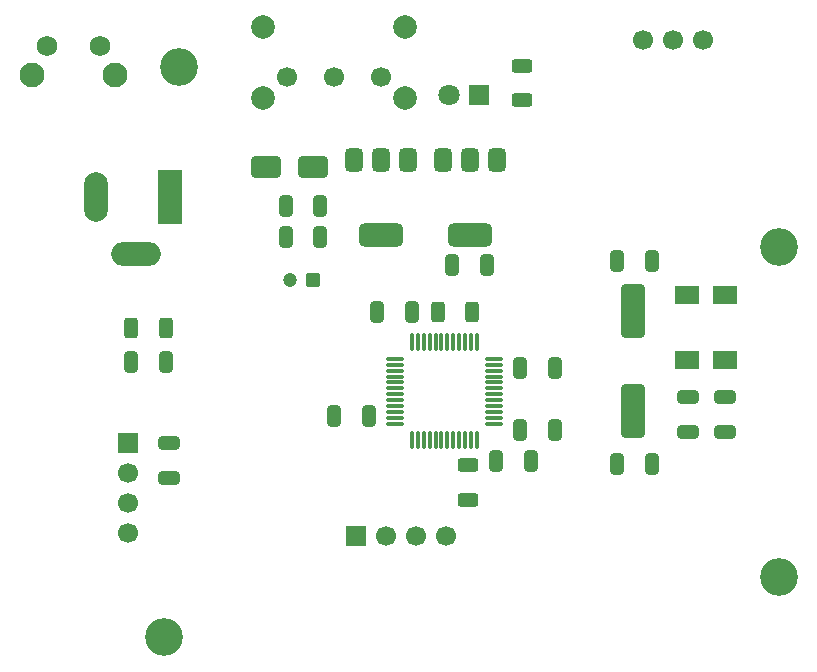
<source format=gbr>
%TF.GenerationSoftware,KiCad,Pcbnew,9.0.6*%
%TF.CreationDate,2026-01-14T13:32:50+01:00*%
%TF.ProjectId,DHT11 weather station,44485431-3120-4776-9561-746865722073,rev?*%
%TF.SameCoordinates,Original*%
%TF.FileFunction,Soldermask,Top*%
%TF.FilePolarity,Negative*%
%FSLAX46Y46*%
G04 Gerber Fmt 4.6, Leading zero omitted, Abs format (unit mm)*
G04 Created by KiCad (PCBNEW 9.0.6) date 2026-01-14 13:32:50*
%MOMM*%
%LPD*%
G01*
G04 APERTURE LIST*
G04 Aperture macros list*
%AMRoundRect*
0 Rectangle with rounded corners*
0 $1 Rounding radius*
0 $2 $3 $4 $5 $6 $7 $8 $9 X,Y pos of 4 corners*
0 Add a 4 corners polygon primitive as box body*
4,1,4,$2,$3,$4,$5,$6,$7,$8,$9,$2,$3,0*
0 Add four circle primitives for the rounded corners*
1,1,$1+$1,$2,$3*
1,1,$1+$1,$4,$5*
1,1,$1+$1,$6,$7*
1,1,$1+$1,$8,$9*
0 Add four rect primitives between the rounded corners*
20,1,$1+$1,$2,$3,$4,$5,0*
20,1,$1+$1,$4,$5,$6,$7,0*
20,1,$1+$1,$6,$7,$8,$9,0*
20,1,$1+$1,$8,$9,$2,$3,0*%
G04 Aperture macros list end*
%ADD10RoundRect,0.075000X0.662500X0.075000X-0.662500X0.075000X-0.662500X-0.075000X0.662500X-0.075000X0*%
%ADD11RoundRect,0.075000X0.075000X0.662500X-0.075000X0.662500X-0.075000X-0.662500X0.075000X-0.662500X0*%
%ADD12R,1.700000X1.700000*%
%ADD13C,1.700000*%
%ADD14RoundRect,0.250000X0.325000X0.650000X-0.325000X0.650000X-0.325000X-0.650000X0.325000X-0.650000X0*%
%ADD15RoundRect,0.250000X-0.650000X0.325000X-0.650000X-0.325000X0.650000X-0.325000X0.650000X0.325000X0*%
%ADD16RoundRect,0.375000X-0.375000X0.625000X-0.375000X-0.625000X0.375000X-0.625000X0.375000X0.625000X0*%
%ADD17RoundRect,0.500000X-1.400000X0.500000X-1.400000X-0.500000X1.400000X-0.500000X1.400000X0.500000X0*%
%ADD18C,3.200000*%
%ADD19RoundRect,0.250000X0.625000X-0.312500X0.625000X0.312500X-0.625000X0.312500X-0.625000X-0.312500X0*%
%ADD20RoundRect,0.250000X0.350000X0.350000X-0.350000X0.350000X-0.350000X-0.350000X0.350000X-0.350000X0*%
%ADD21C,1.200000*%
%ADD22RoundRect,0.250000X-0.312500X-0.625000X0.312500X-0.625000X0.312500X0.625000X-0.312500X0.625000X0*%
%ADD23RoundRect,0.250000X-0.625000X0.312500X-0.625000X-0.312500X0.625000X-0.312500X0.625000X0.312500X0*%
%ADD24R,2.000000X4.600000*%
%ADD25O,2.000000X4.200000*%
%ADD26O,4.200000X2.000000*%
%ADD27RoundRect,0.102000X0.950000X0.650000X-0.950000X0.650000X-0.950000X-0.650000X0.950000X-0.650000X0*%
%ADD28RoundRect,0.250000X-0.325000X-0.650000X0.325000X-0.650000X0.325000X0.650000X-0.325000X0.650000X0*%
%ADD29RoundRect,0.250000X1.000000X0.650000X-1.000000X0.650000X-1.000000X-0.650000X1.000000X-0.650000X0*%
%ADD30RoundRect,0.250000X0.750000X-2.000000X0.750000X2.000000X-0.750000X2.000000X-0.750000X-2.000000X0*%
%ADD31C,2.000000*%
%ADD32R,1.800000X1.800000*%
%ADD33C,1.800000*%
%ADD34C,2.100000*%
%ADD35C,1.750000*%
G04 APERTURE END LIST*
D10*
%TO.C,U3*%
X71862500Y-75202500D03*
X71862500Y-74702500D03*
X71862500Y-74202500D03*
X71862500Y-73702500D03*
X71862500Y-73202500D03*
X71862500Y-72702500D03*
X71862500Y-72202500D03*
X71862500Y-71702500D03*
X71862500Y-71202500D03*
X71862500Y-70702500D03*
X71862500Y-70202500D03*
X71862500Y-69702500D03*
D11*
X70450000Y-68290000D03*
X69950000Y-68290000D03*
X69450000Y-68290000D03*
X68950000Y-68290000D03*
X68450000Y-68290000D03*
X67950000Y-68290000D03*
X67450000Y-68290000D03*
X66950000Y-68290000D03*
X66450000Y-68290000D03*
X65950000Y-68290000D03*
X65450000Y-68290000D03*
X64950000Y-68290000D03*
D10*
X63537500Y-69702500D03*
X63537500Y-70202500D03*
X63537500Y-70702500D03*
X63537500Y-71202500D03*
X63537500Y-71702500D03*
X63537500Y-72202500D03*
X63537500Y-72702500D03*
X63537500Y-73202500D03*
X63537500Y-73702500D03*
X63537500Y-74202500D03*
X63537500Y-74702500D03*
X63537500Y-75202500D03*
D11*
X64950000Y-76615000D03*
X65450000Y-76615000D03*
X65950000Y-76615000D03*
X66450000Y-76615000D03*
X66950000Y-76615000D03*
X67450000Y-76615000D03*
X67950000Y-76615000D03*
X68450000Y-76615000D03*
X68950000Y-76615000D03*
X69450000Y-76615000D03*
X69950000Y-76615000D03*
X70450000Y-76615000D03*
%TD*%
D12*
%TO.C,J2*%
X40930000Y-76800000D03*
D13*
X40930000Y-79340000D03*
X40930000Y-81880000D03*
X40930000Y-84420000D03*
%TD*%
D14*
%TO.C,C4*%
X71275000Y-61750000D03*
X68325000Y-61750000D03*
%TD*%
D15*
%TO.C,C10*%
X91420000Y-72915000D03*
X91420000Y-75865000D03*
%TD*%
D16*
%TO.C,U1*%
X64625000Y-52892500D03*
X62325000Y-52892500D03*
D17*
X62325000Y-59192500D03*
D16*
X60025000Y-52892500D03*
%TD*%
%TO.C,U2*%
X72150000Y-52900000D03*
X69850000Y-52900000D03*
D17*
X69850000Y-59200000D03*
D16*
X67550000Y-52900000D03*
%TD*%
D18*
%TO.C,H1*%
X45240000Y-45000000D03*
%TD*%
%TO.C,H4*%
X43970000Y-93260000D03*
%TD*%
D12*
%TO.C,J3*%
X60190000Y-84720000D03*
D13*
X62730000Y-84720000D03*
X65270000Y-84720000D03*
X67810000Y-84720000D03*
%TD*%
D14*
%TO.C,C15*%
X44145000Y-69970000D03*
X41195000Y-69970000D03*
%TD*%
D19*
%TO.C,R1*%
X74240000Y-47802500D03*
X74240000Y-44877500D03*
%TD*%
D13*
%TO.C,J4*%
X89630000Y-42720000D03*
X87090000Y-42720000D03*
X84550000Y-42720000D03*
%TD*%
D20*
%TO.C,C2*%
X56602600Y-63000000D03*
D21*
X54602600Y-63000000D03*
%TD*%
D22*
%TO.C,R3*%
X67137500Y-65740000D03*
X70062500Y-65740000D03*
%TD*%
D14*
%TO.C,C7*%
X61275000Y-74500000D03*
X58325000Y-74500000D03*
%TD*%
D23*
%TO.C,R2*%
X69730000Y-78727500D03*
X69730000Y-81652500D03*
%TD*%
D22*
%TO.C,R4*%
X41197500Y-67070000D03*
X44122500Y-67070000D03*
%TD*%
D14*
%TO.C,C13*%
X85295000Y-61460000D03*
X82345000Y-61460000D03*
%TD*%
D24*
%TO.C,J1*%
X44500000Y-56020000D03*
D25*
X38200000Y-56020000D03*
D26*
X41600000Y-60820000D03*
%TD*%
D27*
%TO.C,Y1*%
X91432500Y-69820000D03*
X91432500Y-64320000D03*
X88232500Y-64320000D03*
X88232500Y-69820000D03*
%TD*%
D14*
%TO.C,C3*%
X57205000Y-59350000D03*
X54255000Y-59350000D03*
%TD*%
D28*
%TO.C,C6*%
X74125000Y-70500000D03*
X77075000Y-70500000D03*
%TD*%
D14*
%TO.C,C1*%
X57205000Y-56750000D03*
X54255000Y-56750000D03*
%TD*%
D29*
%TO.C,D1*%
X56600000Y-53500000D03*
X52600000Y-53500000D03*
%TD*%
D18*
%TO.C,H3*%
X96040000Y-88180000D03*
%TD*%
D14*
%TO.C,C12*%
X85295000Y-78580000D03*
X82345000Y-78580000D03*
%TD*%
D28*
%TO.C,C8*%
X74085000Y-75740000D03*
X77035000Y-75740000D03*
%TD*%
D14*
%TO.C,C9*%
X64965000Y-65742500D03*
X62015000Y-65742500D03*
%TD*%
D30*
%TO.C,Y2*%
X83680000Y-74160000D03*
X83680000Y-65660000D03*
%TD*%
D28*
%TO.C,C5*%
X72045000Y-78330000D03*
X74995000Y-78330000D03*
%TD*%
D31*
%TO.C,SW1*%
X64360000Y-47620000D03*
X64360000Y-41620000D03*
X52360000Y-47620000D03*
X52360000Y-41620000D03*
D13*
X62360000Y-45870000D03*
X58360000Y-45870000D03*
X54360000Y-45870000D03*
%TD*%
D32*
%TO.C,D2*%
X70595000Y-47395000D03*
D33*
X68055000Y-47395000D03*
%TD*%
D34*
%TO.C,SW2*%
X32770000Y-45690000D03*
X39780000Y-45690000D03*
D35*
X34020000Y-43200000D03*
X38520000Y-43200000D03*
%TD*%
D15*
%TO.C,C11*%
X88300000Y-72915000D03*
X88300000Y-75865000D03*
%TD*%
%TO.C,C14*%
X44400000Y-76825000D03*
X44400000Y-79775000D03*
%TD*%
D18*
%TO.C,H2*%
X96040000Y-60240000D03*
%TD*%
M02*

</source>
